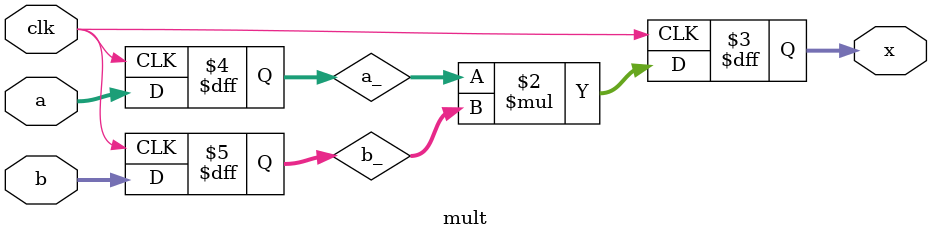
<source format=sv>
`default_nettype none

module mult (
    input logic [3:0] a, b,
    output logic [7:0] x,
    input logic clk
);

    logic [3:0] a_, b_;

    always_ff @(posedge clk) begin
        a_ <= a;
        b_ <= b;

        x <= a_ * b_;
    end

endmodule

</source>
